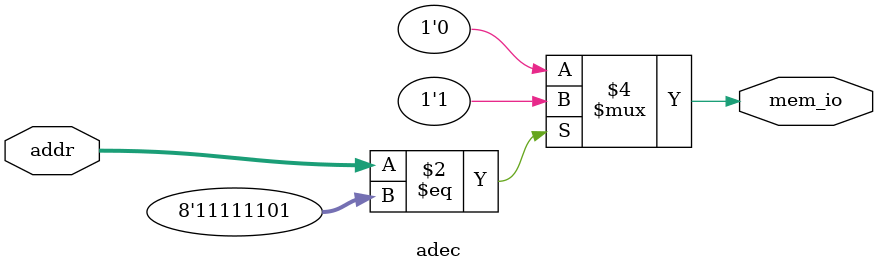
<source format=v>
`timescale 1ps/1ps

module adec
(
  input wire [7:0] addr,
  output reg       mem_io
);

 always @(*) begin
   if (addr == 8'd253) begin
     mem_io = 1'b1;
   end else begin
     mem_io = 1'b0;
   end
 end

endmodule

</source>
